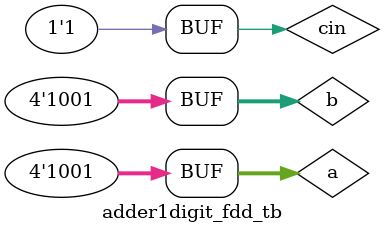
<source format=v>
module adder1digit_fdd (a, b, cin, s, cout);
input [3:0] a, b;
input cin;
output [3:0] s;
output cout;
wire [4:0] partial_sum1, partial_sum2;

assign partial_sum1 = a + b + cin;
assign partial_sum2 = (partial_sum1 > 9)?(partial_sum1 + 6):(partial_sum1);
assign s = partial_sum2[3:0];
assign cout = partial_sum2[4];

endmodule

module adder1digit_fdd_tb;
    reg [3:0] a, b;
    reg cin;
    wire [3:0] s;
    wire cout;

    adder1digit_fdd dut (a, b, cin, s, cout);

    initial begin
        $display("cin | a | b | cout | sum ");
        $monitor("%3b | %0d | %0d | %4b | %b", cin, a, b, cout, s);
        a = 1; b = 2; cin = 0;
        #1 a = 3; b = 4; cin = 1;
        #1 a = 4; b = 5; cin = 0;
        #1 a = 6; b = 7; cin = 0;
        #1 a = 9; b = 9; cin = 1;
    end
endmodule
</source>
